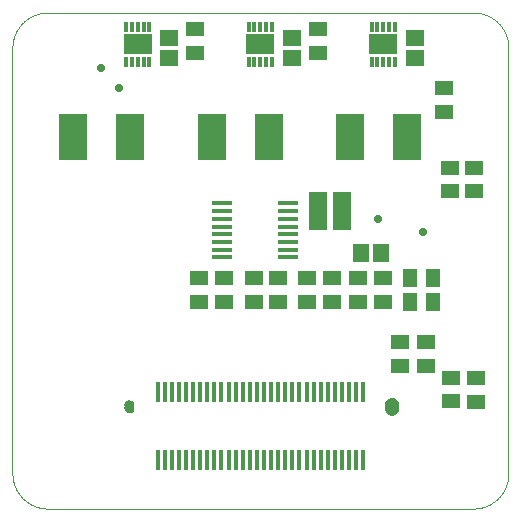
<source format=gbs>
G75*
%MOIN*%
%OFA0B0*%
%FSLAX25Y25*%
%IPPOS*%
%LPD*%
%AMOC8*
5,1,8,0,0,1.08239X$1,22.5*
%
%ADD10C,0.00000*%
%ADD11R,0.05518X0.06306*%
%ADD12R,0.09700X0.15400*%
%ADD13R,0.06100X0.13000*%
%ADD14R,0.01778X0.07093*%
%ADD15C,0.04731*%
%ADD16C,0.03156*%
%ADD17R,0.07100X0.01800*%
%ADD18R,0.05912X0.04731*%
%ADD19R,0.04731X0.05912*%
%ADD20R,0.01600X0.03600*%
%ADD21R,0.09800X0.06900*%
%ADD22R,0.06306X0.05518*%
%ADD23C,0.02781*%
D10*
X0013311Y0018636D02*
X0155043Y0018636D01*
X0155328Y0018639D01*
X0155614Y0018650D01*
X0155899Y0018667D01*
X0156183Y0018691D01*
X0156467Y0018722D01*
X0156750Y0018760D01*
X0157031Y0018805D01*
X0157312Y0018856D01*
X0157592Y0018914D01*
X0157870Y0018979D01*
X0158146Y0019051D01*
X0158420Y0019129D01*
X0158693Y0019214D01*
X0158963Y0019306D01*
X0159231Y0019404D01*
X0159497Y0019508D01*
X0159760Y0019619D01*
X0160020Y0019736D01*
X0160278Y0019859D01*
X0160532Y0019989D01*
X0160783Y0020125D01*
X0161031Y0020266D01*
X0161275Y0020414D01*
X0161516Y0020567D01*
X0161752Y0020727D01*
X0161985Y0020892D01*
X0162214Y0021062D01*
X0162439Y0021238D01*
X0162659Y0021420D01*
X0162875Y0021606D01*
X0163086Y0021798D01*
X0163293Y0021995D01*
X0163495Y0022197D01*
X0163692Y0022404D01*
X0163884Y0022615D01*
X0164070Y0022831D01*
X0164252Y0023051D01*
X0164428Y0023276D01*
X0164598Y0023505D01*
X0164763Y0023738D01*
X0164923Y0023974D01*
X0165076Y0024215D01*
X0165224Y0024459D01*
X0165365Y0024707D01*
X0165501Y0024958D01*
X0165631Y0025212D01*
X0165754Y0025470D01*
X0165871Y0025730D01*
X0165982Y0025993D01*
X0166086Y0026259D01*
X0166184Y0026527D01*
X0166276Y0026797D01*
X0166361Y0027070D01*
X0166439Y0027344D01*
X0166511Y0027620D01*
X0166576Y0027898D01*
X0166634Y0028178D01*
X0166685Y0028459D01*
X0166730Y0028740D01*
X0166768Y0029023D01*
X0166799Y0029307D01*
X0166823Y0029591D01*
X0166840Y0029876D01*
X0166851Y0030162D01*
X0166854Y0030447D01*
X0166854Y0172179D01*
X0166851Y0172464D01*
X0166840Y0172750D01*
X0166823Y0173035D01*
X0166799Y0173319D01*
X0166768Y0173603D01*
X0166730Y0173886D01*
X0166685Y0174167D01*
X0166634Y0174448D01*
X0166576Y0174728D01*
X0166511Y0175006D01*
X0166439Y0175282D01*
X0166361Y0175556D01*
X0166276Y0175829D01*
X0166184Y0176099D01*
X0166086Y0176367D01*
X0165982Y0176633D01*
X0165871Y0176896D01*
X0165754Y0177156D01*
X0165631Y0177414D01*
X0165501Y0177668D01*
X0165365Y0177919D01*
X0165224Y0178167D01*
X0165076Y0178411D01*
X0164923Y0178652D01*
X0164763Y0178888D01*
X0164598Y0179121D01*
X0164428Y0179350D01*
X0164252Y0179575D01*
X0164070Y0179795D01*
X0163884Y0180011D01*
X0163692Y0180222D01*
X0163495Y0180429D01*
X0163293Y0180631D01*
X0163086Y0180828D01*
X0162875Y0181020D01*
X0162659Y0181206D01*
X0162439Y0181388D01*
X0162214Y0181564D01*
X0161985Y0181734D01*
X0161752Y0181899D01*
X0161516Y0182059D01*
X0161275Y0182212D01*
X0161031Y0182360D01*
X0160783Y0182501D01*
X0160532Y0182637D01*
X0160278Y0182767D01*
X0160020Y0182890D01*
X0159760Y0183007D01*
X0159497Y0183118D01*
X0159231Y0183222D01*
X0158963Y0183320D01*
X0158693Y0183412D01*
X0158420Y0183497D01*
X0158146Y0183575D01*
X0157870Y0183647D01*
X0157592Y0183712D01*
X0157312Y0183770D01*
X0157031Y0183821D01*
X0156750Y0183866D01*
X0156467Y0183904D01*
X0156183Y0183935D01*
X0155899Y0183959D01*
X0155614Y0183976D01*
X0155328Y0183987D01*
X0155043Y0183990D01*
X0013311Y0183990D01*
X0013026Y0183987D01*
X0012740Y0183976D01*
X0012455Y0183959D01*
X0012171Y0183935D01*
X0011887Y0183904D01*
X0011604Y0183866D01*
X0011323Y0183821D01*
X0011042Y0183770D01*
X0010762Y0183712D01*
X0010484Y0183647D01*
X0010208Y0183575D01*
X0009934Y0183497D01*
X0009661Y0183412D01*
X0009391Y0183320D01*
X0009123Y0183222D01*
X0008857Y0183118D01*
X0008594Y0183007D01*
X0008334Y0182890D01*
X0008076Y0182767D01*
X0007822Y0182637D01*
X0007571Y0182501D01*
X0007323Y0182360D01*
X0007079Y0182212D01*
X0006838Y0182059D01*
X0006602Y0181899D01*
X0006369Y0181734D01*
X0006140Y0181564D01*
X0005915Y0181388D01*
X0005695Y0181206D01*
X0005479Y0181020D01*
X0005268Y0180828D01*
X0005061Y0180631D01*
X0004859Y0180429D01*
X0004662Y0180222D01*
X0004470Y0180011D01*
X0004284Y0179795D01*
X0004102Y0179575D01*
X0003926Y0179350D01*
X0003756Y0179121D01*
X0003591Y0178888D01*
X0003431Y0178652D01*
X0003278Y0178411D01*
X0003130Y0178167D01*
X0002989Y0177919D01*
X0002853Y0177668D01*
X0002723Y0177414D01*
X0002600Y0177156D01*
X0002483Y0176896D01*
X0002372Y0176633D01*
X0002268Y0176367D01*
X0002170Y0176099D01*
X0002078Y0175829D01*
X0001993Y0175556D01*
X0001915Y0175282D01*
X0001843Y0175006D01*
X0001778Y0174728D01*
X0001720Y0174448D01*
X0001669Y0174167D01*
X0001624Y0173886D01*
X0001586Y0173603D01*
X0001555Y0173319D01*
X0001531Y0173035D01*
X0001514Y0172750D01*
X0001503Y0172464D01*
X0001500Y0172179D01*
X0001500Y0030447D01*
X0001503Y0030162D01*
X0001514Y0029876D01*
X0001531Y0029591D01*
X0001555Y0029307D01*
X0001586Y0029023D01*
X0001624Y0028740D01*
X0001669Y0028459D01*
X0001720Y0028178D01*
X0001778Y0027898D01*
X0001843Y0027620D01*
X0001915Y0027344D01*
X0001993Y0027070D01*
X0002078Y0026797D01*
X0002170Y0026527D01*
X0002268Y0026259D01*
X0002372Y0025993D01*
X0002483Y0025730D01*
X0002600Y0025470D01*
X0002723Y0025212D01*
X0002853Y0024958D01*
X0002989Y0024707D01*
X0003130Y0024459D01*
X0003278Y0024215D01*
X0003431Y0023974D01*
X0003591Y0023738D01*
X0003756Y0023505D01*
X0003926Y0023276D01*
X0004102Y0023051D01*
X0004284Y0022831D01*
X0004470Y0022615D01*
X0004662Y0022404D01*
X0004859Y0022197D01*
X0005061Y0021995D01*
X0005268Y0021798D01*
X0005479Y0021606D01*
X0005695Y0021420D01*
X0005915Y0021238D01*
X0006140Y0021062D01*
X0006369Y0020892D01*
X0006602Y0020727D01*
X0006838Y0020567D01*
X0007079Y0020414D01*
X0007323Y0020266D01*
X0007571Y0020125D01*
X0007822Y0019989D01*
X0008076Y0019859D01*
X0008334Y0019736D01*
X0008594Y0019619D01*
X0008857Y0019508D01*
X0009123Y0019404D01*
X0009391Y0019306D01*
X0009661Y0019214D01*
X0009934Y0019129D01*
X0010208Y0019051D01*
X0010484Y0018979D01*
X0010762Y0018914D01*
X0011042Y0018856D01*
X0011323Y0018805D01*
X0011604Y0018760D01*
X0011887Y0018722D01*
X0012171Y0018691D01*
X0012455Y0018667D01*
X0012740Y0018650D01*
X0013026Y0018639D01*
X0013311Y0018636D01*
X0039098Y0052100D02*
X0039100Y0052174D01*
X0039106Y0052248D01*
X0039116Y0052321D01*
X0039130Y0052394D01*
X0039147Y0052466D01*
X0039169Y0052536D01*
X0039194Y0052606D01*
X0039223Y0052674D01*
X0039256Y0052740D01*
X0039292Y0052805D01*
X0039332Y0052867D01*
X0039374Y0052928D01*
X0039420Y0052986D01*
X0039469Y0053041D01*
X0039521Y0053094D01*
X0039576Y0053144D01*
X0039633Y0053190D01*
X0039693Y0053234D01*
X0039755Y0053274D01*
X0039819Y0053311D01*
X0039885Y0053345D01*
X0039953Y0053375D01*
X0040022Y0053401D01*
X0040093Y0053424D01*
X0040164Y0053442D01*
X0040237Y0053457D01*
X0040310Y0053468D01*
X0040384Y0053475D01*
X0040458Y0053478D01*
X0040531Y0053477D01*
X0040605Y0053472D01*
X0040679Y0053463D01*
X0040752Y0053450D01*
X0040824Y0053433D01*
X0040895Y0053413D01*
X0040965Y0053388D01*
X0041033Y0053360D01*
X0041100Y0053329D01*
X0041165Y0053293D01*
X0041228Y0053255D01*
X0041289Y0053213D01*
X0041348Y0053167D01*
X0041404Y0053119D01*
X0041457Y0053068D01*
X0041507Y0053014D01*
X0041555Y0052957D01*
X0041599Y0052898D01*
X0041641Y0052836D01*
X0041679Y0052773D01*
X0041713Y0052707D01*
X0041744Y0052640D01*
X0041771Y0052571D01*
X0041794Y0052501D01*
X0041814Y0052430D01*
X0041830Y0052357D01*
X0041842Y0052284D01*
X0041850Y0052211D01*
X0041854Y0052137D01*
X0041854Y0052063D01*
X0041850Y0051989D01*
X0041842Y0051916D01*
X0041830Y0051843D01*
X0041814Y0051770D01*
X0041794Y0051699D01*
X0041771Y0051629D01*
X0041744Y0051560D01*
X0041713Y0051493D01*
X0041679Y0051427D01*
X0041641Y0051364D01*
X0041599Y0051302D01*
X0041555Y0051243D01*
X0041507Y0051186D01*
X0041457Y0051132D01*
X0041404Y0051081D01*
X0041348Y0051033D01*
X0041289Y0050987D01*
X0041228Y0050945D01*
X0041165Y0050907D01*
X0041100Y0050871D01*
X0041033Y0050840D01*
X0040965Y0050812D01*
X0040895Y0050787D01*
X0040824Y0050767D01*
X0040752Y0050750D01*
X0040679Y0050737D01*
X0040605Y0050728D01*
X0040531Y0050723D01*
X0040458Y0050722D01*
X0040384Y0050725D01*
X0040310Y0050732D01*
X0040237Y0050743D01*
X0040164Y0050758D01*
X0040093Y0050776D01*
X0040022Y0050799D01*
X0039953Y0050825D01*
X0039885Y0050855D01*
X0039819Y0050889D01*
X0039755Y0050926D01*
X0039693Y0050966D01*
X0039633Y0051010D01*
X0039576Y0051056D01*
X0039521Y0051106D01*
X0039469Y0051159D01*
X0039420Y0051214D01*
X0039374Y0051272D01*
X0039332Y0051333D01*
X0039292Y0051395D01*
X0039256Y0051460D01*
X0039223Y0051526D01*
X0039194Y0051594D01*
X0039169Y0051664D01*
X0039147Y0051734D01*
X0039130Y0051806D01*
X0039116Y0051879D01*
X0039106Y0051952D01*
X0039100Y0052026D01*
X0039098Y0052100D01*
X0039098Y0053281D02*
X0039100Y0053355D01*
X0039106Y0053429D01*
X0039116Y0053502D01*
X0039130Y0053575D01*
X0039147Y0053647D01*
X0039169Y0053717D01*
X0039194Y0053787D01*
X0039223Y0053855D01*
X0039256Y0053921D01*
X0039292Y0053986D01*
X0039332Y0054048D01*
X0039374Y0054109D01*
X0039420Y0054167D01*
X0039469Y0054222D01*
X0039521Y0054275D01*
X0039576Y0054325D01*
X0039633Y0054371D01*
X0039693Y0054415D01*
X0039755Y0054455D01*
X0039819Y0054492D01*
X0039885Y0054526D01*
X0039953Y0054556D01*
X0040022Y0054582D01*
X0040093Y0054605D01*
X0040164Y0054623D01*
X0040237Y0054638D01*
X0040310Y0054649D01*
X0040384Y0054656D01*
X0040458Y0054659D01*
X0040531Y0054658D01*
X0040605Y0054653D01*
X0040679Y0054644D01*
X0040752Y0054631D01*
X0040824Y0054614D01*
X0040895Y0054594D01*
X0040965Y0054569D01*
X0041033Y0054541D01*
X0041100Y0054510D01*
X0041165Y0054474D01*
X0041228Y0054436D01*
X0041289Y0054394D01*
X0041348Y0054348D01*
X0041404Y0054300D01*
X0041457Y0054249D01*
X0041507Y0054195D01*
X0041555Y0054138D01*
X0041599Y0054079D01*
X0041641Y0054017D01*
X0041679Y0053954D01*
X0041713Y0053888D01*
X0041744Y0053821D01*
X0041771Y0053752D01*
X0041794Y0053682D01*
X0041814Y0053611D01*
X0041830Y0053538D01*
X0041842Y0053465D01*
X0041850Y0053392D01*
X0041854Y0053318D01*
X0041854Y0053244D01*
X0041850Y0053170D01*
X0041842Y0053097D01*
X0041830Y0053024D01*
X0041814Y0052951D01*
X0041794Y0052880D01*
X0041771Y0052810D01*
X0041744Y0052741D01*
X0041713Y0052674D01*
X0041679Y0052608D01*
X0041641Y0052545D01*
X0041599Y0052483D01*
X0041555Y0052424D01*
X0041507Y0052367D01*
X0041457Y0052313D01*
X0041404Y0052262D01*
X0041348Y0052214D01*
X0041289Y0052168D01*
X0041228Y0052126D01*
X0041165Y0052088D01*
X0041100Y0052052D01*
X0041033Y0052021D01*
X0040965Y0051993D01*
X0040895Y0051968D01*
X0040824Y0051948D01*
X0040752Y0051931D01*
X0040679Y0051918D01*
X0040605Y0051909D01*
X0040531Y0051904D01*
X0040458Y0051903D01*
X0040384Y0051906D01*
X0040310Y0051913D01*
X0040237Y0051924D01*
X0040164Y0051939D01*
X0040093Y0051957D01*
X0040022Y0051980D01*
X0039953Y0052006D01*
X0039885Y0052036D01*
X0039819Y0052070D01*
X0039755Y0052107D01*
X0039693Y0052147D01*
X0039633Y0052191D01*
X0039576Y0052237D01*
X0039521Y0052287D01*
X0039469Y0052340D01*
X0039420Y0052395D01*
X0039374Y0052453D01*
X0039332Y0052514D01*
X0039292Y0052576D01*
X0039256Y0052641D01*
X0039223Y0052707D01*
X0039194Y0052775D01*
X0039169Y0052845D01*
X0039147Y0052915D01*
X0039130Y0052987D01*
X0039116Y0053060D01*
X0039106Y0053133D01*
X0039100Y0053207D01*
X0039098Y0053281D01*
X0125713Y0053281D02*
X0125715Y0053374D01*
X0125721Y0053466D01*
X0125731Y0053558D01*
X0125745Y0053649D01*
X0125762Y0053740D01*
X0125784Y0053830D01*
X0125809Y0053919D01*
X0125838Y0054007D01*
X0125871Y0054093D01*
X0125908Y0054178D01*
X0125948Y0054262D01*
X0125992Y0054343D01*
X0126039Y0054423D01*
X0126089Y0054501D01*
X0126143Y0054576D01*
X0126200Y0054649D01*
X0126260Y0054719D01*
X0126323Y0054787D01*
X0126389Y0054852D01*
X0126457Y0054914D01*
X0126528Y0054974D01*
X0126602Y0055030D01*
X0126678Y0055083D01*
X0126756Y0055132D01*
X0126836Y0055179D01*
X0126918Y0055221D01*
X0127002Y0055261D01*
X0127087Y0055296D01*
X0127174Y0055328D01*
X0127262Y0055357D01*
X0127351Y0055381D01*
X0127441Y0055402D01*
X0127532Y0055418D01*
X0127624Y0055431D01*
X0127716Y0055440D01*
X0127809Y0055445D01*
X0127901Y0055446D01*
X0127994Y0055443D01*
X0128086Y0055436D01*
X0128178Y0055425D01*
X0128269Y0055410D01*
X0128360Y0055392D01*
X0128450Y0055369D01*
X0128538Y0055343D01*
X0128626Y0055313D01*
X0128712Y0055279D01*
X0128796Y0055242D01*
X0128879Y0055200D01*
X0128960Y0055156D01*
X0129040Y0055108D01*
X0129117Y0055057D01*
X0129191Y0055002D01*
X0129264Y0054944D01*
X0129334Y0054884D01*
X0129401Y0054820D01*
X0129465Y0054754D01*
X0129527Y0054684D01*
X0129585Y0054613D01*
X0129640Y0054539D01*
X0129692Y0054462D01*
X0129741Y0054383D01*
X0129787Y0054303D01*
X0129829Y0054220D01*
X0129867Y0054136D01*
X0129902Y0054050D01*
X0129933Y0053963D01*
X0129960Y0053875D01*
X0129983Y0053785D01*
X0130003Y0053695D01*
X0130019Y0053604D01*
X0130031Y0053512D01*
X0130039Y0053420D01*
X0130043Y0053327D01*
X0130043Y0053235D01*
X0130039Y0053142D01*
X0130031Y0053050D01*
X0130019Y0052958D01*
X0130003Y0052867D01*
X0129983Y0052777D01*
X0129960Y0052687D01*
X0129933Y0052599D01*
X0129902Y0052512D01*
X0129867Y0052426D01*
X0129829Y0052342D01*
X0129787Y0052259D01*
X0129741Y0052179D01*
X0129692Y0052100D01*
X0129640Y0052023D01*
X0129585Y0051949D01*
X0129527Y0051878D01*
X0129465Y0051808D01*
X0129401Y0051742D01*
X0129334Y0051678D01*
X0129264Y0051618D01*
X0129191Y0051560D01*
X0129117Y0051505D01*
X0129040Y0051454D01*
X0128961Y0051406D01*
X0128879Y0051362D01*
X0128796Y0051320D01*
X0128712Y0051283D01*
X0128626Y0051249D01*
X0128538Y0051219D01*
X0128450Y0051193D01*
X0128360Y0051170D01*
X0128269Y0051152D01*
X0128178Y0051137D01*
X0128086Y0051126D01*
X0127994Y0051119D01*
X0127901Y0051116D01*
X0127809Y0051117D01*
X0127716Y0051122D01*
X0127624Y0051131D01*
X0127532Y0051144D01*
X0127441Y0051160D01*
X0127351Y0051181D01*
X0127262Y0051205D01*
X0127174Y0051234D01*
X0127087Y0051266D01*
X0127002Y0051301D01*
X0126918Y0051341D01*
X0126836Y0051383D01*
X0126756Y0051430D01*
X0126678Y0051479D01*
X0126602Y0051532D01*
X0126528Y0051588D01*
X0126457Y0051648D01*
X0126389Y0051710D01*
X0126323Y0051775D01*
X0126260Y0051843D01*
X0126200Y0051913D01*
X0126143Y0051986D01*
X0126089Y0052061D01*
X0126039Y0052139D01*
X0125992Y0052219D01*
X0125948Y0052300D01*
X0125908Y0052384D01*
X0125871Y0052469D01*
X0125838Y0052555D01*
X0125809Y0052643D01*
X0125784Y0052732D01*
X0125762Y0052822D01*
X0125745Y0052913D01*
X0125731Y0053004D01*
X0125721Y0053096D01*
X0125715Y0053188D01*
X0125713Y0053281D01*
X0125713Y0052100D02*
X0125715Y0052193D01*
X0125721Y0052285D01*
X0125731Y0052377D01*
X0125745Y0052468D01*
X0125762Y0052559D01*
X0125784Y0052649D01*
X0125809Y0052738D01*
X0125838Y0052826D01*
X0125871Y0052912D01*
X0125908Y0052997D01*
X0125948Y0053081D01*
X0125992Y0053162D01*
X0126039Y0053242D01*
X0126089Y0053320D01*
X0126143Y0053395D01*
X0126200Y0053468D01*
X0126260Y0053538D01*
X0126323Y0053606D01*
X0126389Y0053671D01*
X0126457Y0053733D01*
X0126528Y0053793D01*
X0126602Y0053849D01*
X0126678Y0053902D01*
X0126756Y0053951D01*
X0126836Y0053998D01*
X0126918Y0054040D01*
X0127002Y0054080D01*
X0127087Y0054115D01*
X0127174Y0054147D01*
X0127262Y0054176D01*
X0127351Y0054200D01*
X0127441Y0054221D01*
X0127532Y0054237D01*
X0127624Y0054250D01*
X0127716Y0054259D01*
X0127809Y0054264D01*
X0127901Y0054265D01*
X0127994Y0054262D01*
X0128086Y0054255D01*
X0128178Y0054244D01*
X0128269Y0054229D01*
X0128360Y0054211D01*
X0128450Y0054188D01*
X0128538Y0054162D01*
X0128626Y0054132D01*
X0128712Y0054098D01*
X0128796Y0054061D01*
X0128879Y0054019D01*
X0128960Y0053975D01*
X0129040Y0053927D01*
X0129117Y0053876D01*
X0129191Y0053821D01*
X0129264Y0053763D01*
X0129334Y0053703D01*
X0129401Y0053639D01*
X0129465Y0053573D01*
X0129527Y0053503D01*
X0129585Y0053432D01*
X0129640Y0053358D01*
X0129692Y0053281D01*
X0129741Y0053202D01*
X0129787Y0053122D01*
X0129829Y0053039D01*
X0129867Y0052955D01*
X0129902Y0052869D01*
X0129933Y0052782D01*
X0129960Y0052694D01*
X0129983Y0052604D01*
X0130003Y0052514D01*
X0130019Y0052423D01*
X0130031Y0052331D01*
X0130039Y0052239D01*
X0130043Y0052146D01*
X0130043Y0052054D01*
X0130039Y0051961D01*
X0130031Y0051869D01*
X0130019Y0051777D01*
X0130003Y0051686D01*
X0129983Y0051596D01*
X0129960Y0051506D01*
X0129933Y0051418D01*
X0129902Y0051331D01*
X0129867Y0051245D01*
X0129829Y0051161D01*
X0129787Y0051078D01*
X0129741Y0050998D01*
X0129692Y0050919D01*
X0129640Y0050842D01*
X0129585Y0050768D01*
X0129527Y0050697D01*
X0129465Y0050627D01*
X0129401Y0050561D01*
X0129334Y0050497D01*
X0129264Y0050437D01*
X0129191Y0050379D01*
X0129117Y0050324D01*
X0129040Y0050273D01*
X0128961Y0050225D01*
X0128879Y0050181D01*
X0128796Y0050139D01*
X0128712Y0050102D01*
X0128626Y0050068D01*
X0128538Y0050038D01*
X0128450Y0050012D01*
X0128360Y0049989D01*
X0128269Y0049971D01*
X0128178Y0049956D01*
X0128086Y0049945D01*
X0127994Y0049938D01*
X0127901Y0049935D01*
X0127809Y0049936D01*
X0127716Y0049941D01*
X0127624Y0049950D01*
X0127532Y0049963D01*
X0127441Y0049979D01*
X0127351Y0050000D01*
X0127262Y0050024D01*
X0127174Y0050053D01*
X0127087Y0050085D01*
X0127002Y0050120D01*
X0126918Y0050160D01*
X0126836Y0050202D01*
X0126756Y0050249D01*
X0126678Y0050298D01*
X0126602Y0050351D01*
X0126528Y0050407D01*
X0126457Y0050467D01*
X0126389Y0050529D01*
X0126323Y0050594D01*
X0126260Y0050662D01*
X0126200Y0050732D01*
X0126143Y0050805D01*
X0126089Y0050880D01*
X0126039Y0050958D01*
X0125992Y0051038D01*
X0125948Y0051119D01*
X0125908Y0051203D01*
X0125871Y0051288D01*
X0125838Y0051374D01*
X0125809Y0051462D01*
X0125784Y0051551D01*
X0125762Y0051641D01*
X0125745Y0051732D01*
X0125731Y0051823D01*
X0125721Y0051915D01*
X0125715Y0052007D01*
X0125713Y0052100D01*
D11*
X0124335Y0103872D03*
X0117642Y0103872D03*
D12*
X0114047Y0142455D03*
X0133047Y0142455D03*
X0086984Y0142455D03*
X0067984Y0142455D03*
X0040724Y0142455D03*
X0021724Y0142455D03*
D13*
X0103209Y0117848D03*
X0111209Y0117848D03*
D14*
X0111343Y0057415D03*
X0113705Y0057415D03*
X0116067Y0057415D03*
X0118429Y0057415D03*
X0108980Y0057415D03*
X0106618Y0057415D03*
X0104256Y0057415D03*
X0101894Y0057415D03*
X0099531Y0057415D03*
X0097169Y0057415D03*
X0094807Y0057415D03*
X0092445Y0057415D03*
X0090083Y0057415D03*
X0087720Y0057415D03*
X0085358Y0057415D03*
X0082996Y0057415D03*
X0080634Y0057415D03*
X0078272Y0057415D03*
X0075909Y0057415D03*
X0073547Y0057415D03*
X0071185Y0057415D03*
X0068823Y0057415D03*
X0066461Y0057415D03*
X0064098Y0057415D03*
X0061736Y0057415D03*
X0059374Y0057415D03*
X0057012Y0057415D03*
X0054650Y0057415D03*
X0052287Y0057415D03*
X0049925Y0057415D03*
X0049925Y0034974D03*
X0052287Y0034974D03*
X0054650Y0034974D03*
X0057012Y0034974D03*
X0059374Y0034974D03*
X0061736Y0034974D03*
X0064098Y0034974D03*
X0066461Y0034974D03*
X0068823Y0034974D03*
X0071185Y0034974D03*
X0073547Y0034974D03*
X0075909Y0034974D03*
X0078272Y0034974D03*
X0080634Y0034974D03*
X0082996Y0034974D03*
X0085358Y0034974D03*
X0087720Y0034974D03*
X0090083Y0034974D03*
X0092445Y0034974D03*
X0094807Y0034974D03*
X0097169Y0034974D03*
X0099531Y0034974D03*
X0101894Y0034974D03*
X0104256Y0034974D03*
X0106618Y0034974D03*
X0108980Y0034974D03*
X0111343Y0034974D03*
X0113705Y0034974D03*
X0116067Y0034974D03*
X0118429Y0034974D03*
D15*
X0127878Y0052100D03*
X0127878Y0053281D03*
D16*
X0040476Y0053281D03*
X0040476Y0052100D03*
D17*
X0071406Y0102352D03*
X0071406Y0104952D03*
X0071406Y0107552D03*
X0071406Y0110052D03*
X0071406Y0112652D03*
X0071406Y0115152D03*
X0071406Y0117752D03*
X0071406Y0120352D03*
X0093406Y0120352D03*
X0093406Y0117752D03*
X0093406Y0115152D03*
X0093406Y0112652D03*
X0093406Y0110052D03*
X0093406Y0107552D03*
X0093406Y0104952D03*
X0093406Y0102352D03*
D18*
X0090181Y0095407D03*
X0090181Y0087533D03*
X0081913Y0087533D03*
X0081913Y0095407D03*
X0072169Y0095407D03*
X0072169Y0087533D03*
X0063606Y0087533D03*
X0063606Y0095407D03*
X0099531Y0095407D03*
X0099531Y0087533D03*
X0107996Y0087533D03*
X0107996Y0095407D03*
X0116559Y0095407D03*
X0116559Y0087533D03*
X0124925Y0087533D03*
X0124925Y0095407D03*
X0130831Y0074148D03*
X0130831Y0066274D03*
X0139295Y0066274D03*
X0139295Y0074148D03*
X0147661Y0062238D03*
X0147661Y0054364D03*
X0156126Y0054266D03*
X0156126Y0062140D03*
X0155339Y0124344D03*
X0155339Y0132219D03*
X0147268Y0132219D03*
X0147268Y0124344D03*
X0145299Y0150821D03*
X0145299Y0158695D03*
X0103469Y0170604D03*
X0103469Y0178478D03*
X0062524Y0178478D03*
X0062524Y0170604D03*
D19*
X0133980Y0095506D03*
X0133882Y0087337D03*
X0141756Y0087337D03*
X0141854Y0095506D03*
D20*
X0129022Y0167660D03*
X0127122Y0167660D03*
X0125122Y0167660D03*
X0123122Y0167660D03*
X0121222Y0167660D03*
X0121222Y0179060D03*
X0123122Y0179060D03*
X0125122Y0179060D03*
X0127122Y0179060D03*
X0129022Y0179060D03*
X0088077Y0179060D03*
X0086177Y0179060D03*
X0084177Y0179060D03*
X0082177Y0179060D03*
X0080277Y0179060D03*
X0080277Y0167660D03*
X0082177Y0167660D03*
X0084177Y0167660D03*
X0086177Y0167660D03*
X0088077Y0167660D03*
X0047132Y0167660D03*
X0045232Y0167660D03*
X0043232Y0167660D03*
X0041232Y0167660D03*
X0039332Y0167660D03*
X0039332Y0179060D03*
X0041232Y0179060D03*
X0043232Y0179060D03*
X0045232Y0179060D03*
X0047132Y0179060D03*
D21*
X0043232Y0173360D03*
X0084177Y0173360D03*
X0125122Y0173360D03*
D22*
X0135752Y0175526D03*
X0135752Y0168833D03*
X0094807Y0168833D03*
X0094807Y0175526D03*
X0053862Y0175526D03*
X0053862Y0168833D03*
D23*
X0037130Y0158793D03*
X0031028Y0165388D03*
X0123350Y0115289D03*
X0138508Y0110762D03*
M02*

</source>
